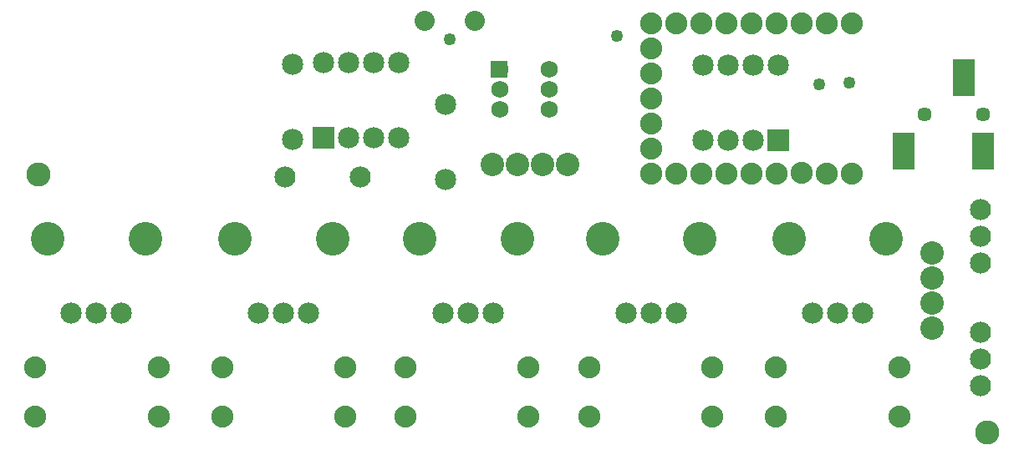
<source format=gbs>
G04 MADE WITH FRITZING*
G04 WWW.FRITZING.ORG*
G04 DOUBLE SIDED*
G04 HOLES PLATED*
G04 CONTOUR ON CENTER OF CONTOUR VECTOR*
%ASAXBY*%
%FSLAX23Y23*%
%MOIN*%
%OFA0B0*%
%SFA1.0B1.0*%
%ADD10C,0.088000*%
%ADD11C,0.085000*%
%ADD12C,0.057244*%
%ADD13C,0.068000*%
%ADD14C,0.096614*%
%ADD15C,0.084000*%
%ADD16C,0.084667*%
%ADD17C,0.084695*%
%ADD18C,0.134033*%
%ADD19C,0.093307*%
%ADD20C,0.080000*%
%ADD21C,0.049370*%
%ADD22R,0.085000X0.085000*%
%ADD23R,0.088743X0.147795*%
%ADD24R,0.088740X0.147795*%
%ADD25R,0.068000X0.068000*%
%LNMASK0*%
G90*
G70*
G54D10*
X3320Y1709D03*
X3220Y1709D03*
X3120Y1709D03*
X3020Y1709D03*
X2920Y1709D03*
X2820Y1709D03*
X2720Y1709D03*
X2620Y1709D03*
X2520Y1709D03*
X2520Y1609D03*
X2520Y1509D03*
X2520Y1409D03*
X2520Y1309D03*
X2520Y1209D03*
X2520Y1109D03*
X2620Y1109D03*
X2720Y1109D03*
X2820Y1109D03*
X2920Y1109D03*
X3020Y1109D03*
X3120Y1110D03*
X3220Y1109D03*
X3320Y1109D03*
G54D11*
X3028Y1240D03*
X3028Y1540D03*
X2928Y1240D03*
X2928Y1540D03*
X2828Y1240D03*
X2828Y1540D03*
X2728Y1240D03*
X2728Y1540D03*
X3028Y1240D03*
X3028Y1540D03*
X2928Y1240D03*
X2928Y1540D03*
X2828Y1240D03*
X2828Y1540D03*
X2728Y1240D03*
X2728Y1540D03*
X1213Y1252D03*
X1213Y1552D03*
X1313Y1252D03*
X1313Y1552D03*
X1413Y1252D03*
X1413Y1552D03*
X1513Y1252D03*
X1513Y1552D03*
G54D12*
X3845Y1345D03*
X3609Y1345D03*
G54D13*
X2113Y1444D03*
X1916Y1444D03*
X1916Y1366D03*
X1916Y1523D03*
X2113Y1523D03*
X2113Y1366D03*
G54D14*
X77Y1105D03*
X3862Y76D03*
G54D15*
X3833Y965D03*
X3833Y858D03*
X3833Y751D03*
X3833Y261D03*
X3833Y368D03*
X3833Y475D03*
G54D16*
X3164Y552D03*
X3264Y552D03*
G54D17*
X3364Y552D03*
G54D18*
X3070Y847D03*
X3458Y847D03*
G54D16*
X2420Y552D03*
X2520Y552D03*
G54D17*
X2620Y552D03*
G54D18*
X2326Y847D03*
X2714Y847D03*
G54D16*
X1692Y552D03*
X1792Y552D03*
G54D17*
X1892Y552D03*
G54D18*
X1597Y847D03*
X1986Y847D03*
G54D16*
X955Y552D03*
X1055Y552D03*
G54D17*
X1155Y552D03*
G54D18*
X861Y847D03*
X1249Y847D03*
G54D16*
X208Y552D03*
X308Y552D03*
G54D17*
X408Y552D03*
G54D18*
X114Y847D03*
X503Y847D03*
G54D10*
X3018Y335D03*
X3510Y335D03*
X3018Y138D03*
X3510Y138D03*
X2273Y335D03*
X2765Y335D03*
X2273Y138D03*
X2765Y138D03*
X1539Y335D03*
X2032Y335D03*
X1539Y138D03*
X2032Y138D03*
X809Y335D03*
X1301Y335D03*
X809Y138D03*
X1301Y138D03*
X65Y335D03*
X558Y335D03*
X65Y138D03*
X558Y138D03*
G54D19*
X1886Y1143D03*
X1986Y1143D03*
X2086Y1143D03*
X2186Y1143D03*
X3641Y790D03*
X3641Y690D03*
X3641Y590D03*
X3641Y490D03*
G54D11*
X1700Y1384D03*
X1700Y1084D03*
X1089Y1544D03*
X1089Y1244D03*
G54D15*
X1359Y1093D03*
X1059Y1093D03*
G54D20*
X1617Y1718D03*
X1817Y1718D03*
G54D21*
X3311Y1472D03*
X3191Y1466D03*
X2384Y1659D03*
X1718Y1643D03*
G54D22*
X3028Y1240D03*
X3028Y1240D03*
X1213Y1252D03*
G54D23*
X3845Y1197D03*
G54D24*
X3526Y1197D03*
G54D23*
X3766Y1492D03*
G54D25*
X1915Y1523D03*
G04 End of Mask0*
M02*
</source>
